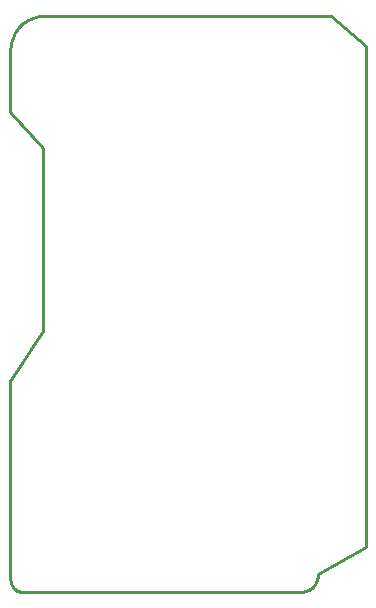
<source format=gbr>
G04 EAGLE Gerber X2 export*
%TF.Part,Single*%
%TF.FileFunction,Profile,NP*%
%TF.FilePolarity,Positive*%
%TF.GenerationSoftware,Autodesk,EAGLE,8.7.1*%
%TF.CreationDate,2018-04-06T15:57:59Z*%
G75*
%MOMM*%
%FSLAX34Y34*%
%LPD*%
%AMOC8*
5,1,8,0,0,1.08239X$1,22.5*%
G01*
%ADD10C,0.254000*%


D10*
X0Y11430D02*
X-14Y10487D01*
X54Y9546D01*
X203Y8614D01*
X434Y7700D01*
X743Y6808D01*
X1129Y5947D01*
X1588Y5123D01*
X2117Y4343D01*
X2713Y3611D01*
X3370Y2934D01*
X4083Y2316D01*
X4848Y1764D01*
X5657Y1280D01*
X6506Y868D01*
X7388Y532D01*
X8295Y274D01*
X9222Y96D01*
X10160Y0D01*
X245110Y0D01*
X246438Y58D01*
X247756Y232D01*
X249054Y519D01*
X250322Y919D01*
X251551Y1428D01*
X252730Y2042D01*
X253851Y2756D01*
X254906Y3565D01*
X255886Y4464D01*
X256785Y5444D01*
X257594Y6499D01*
X258308Y7620D01*
X258922Y8799D01*
X259431Y10028D01*
X259831Y11296D01*
X260118Y12594D01*
X260292Y13912D01*
X260350Y15240D01*
X300990Y38100D01*
X300990Y462280D01*
X271780Y487680D01*
X29210Y487680D01*
X26717Y487627D01*
X24238Y487356D01*
X21793Y486871D01*
X19398Y486174D01*
X17074Y485271D01*
X14837Y484169D01*
X12705Y482877D01*
X10694Y481403D01*
X8818Y479760D01*
X7093Y477959D01*
X5532Y476015D01*
X4146Y473942D01*
X2946Y471757D01*
X1940Y469475D01*
X1138Y467114D01*
X544Y464692D01*
X164Y462228D01*
X0Y459740D01*
X0Y406400D01*
X27940Y375920D01*
X27940Y220980D01*
X0Y179070D01*
X0Y11430D01*
M02*

</source>
